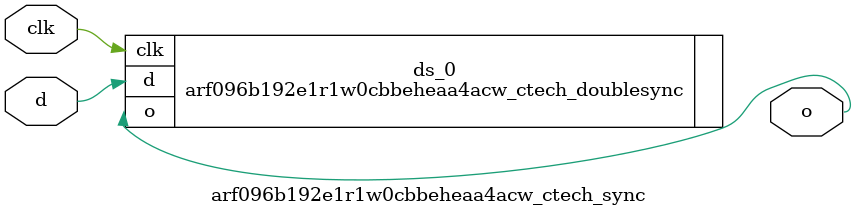
<source format=sv>

`ifndef ARF096B192E1R1W0CBBEHEAA4ACW_CTECH_SYNC_SV
`define ARF096B192E1R1W0CBBEHEAA4ACW_CTECH_SYNC_SV

module arf096b192e1r1w0cbbeheaa4acw_ctech_sync (
  input  logic  clk,
  input  logic  d,

  output logic  o
);

  arf096b192e1r1w0cbbeheaa4acw_ctech_doublesync ds_0 (.o(o), .d(d), .clk(clk));

endmodule // arf096b192e1r1w0cbbeheaa4acw_ctech_sync

`endif // ARF096B192E1R1W0CBBEHEAA4ACW_CTECH_SYNC_SV
</source>
